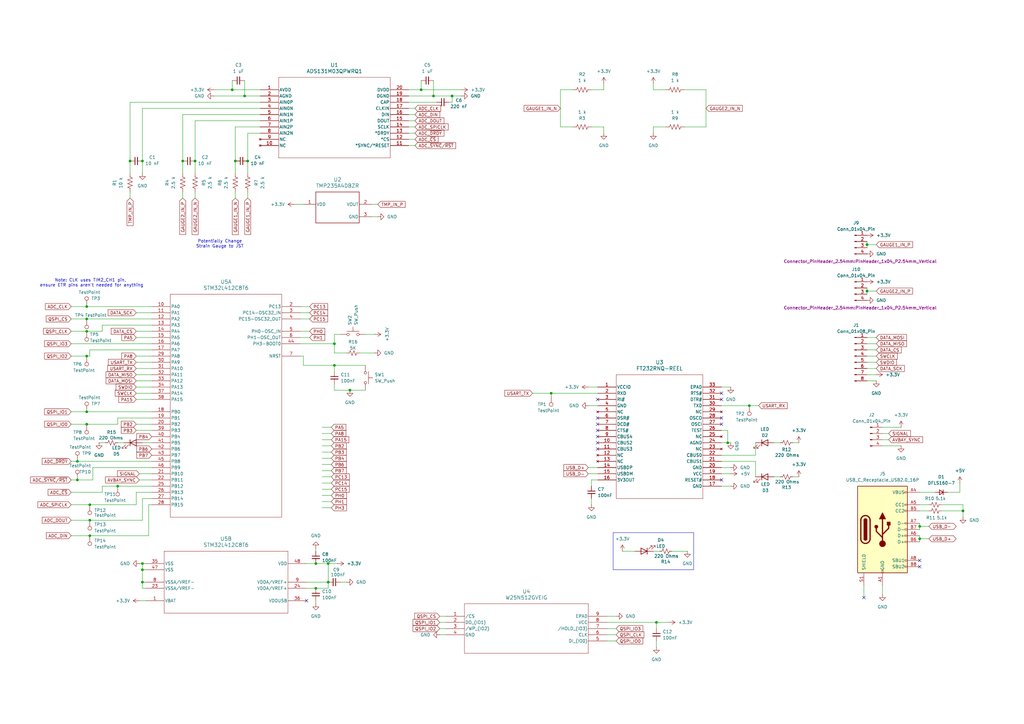
<source format=kicad_sch>
(kicad_sch (version 20250114) (generator "eeschema") (generator_version "9.0")
  (paper "A3")
  (rectangle (start 251.46 218.44) (end 284.48 233.68))
  (text "Potentially Change\nStrain Gauge to JST" (at 90.17 100.076 0) (effects (font (size 1.27 1.27))))
  (text "Note: CLK uses TIM2_CH1 pin, \nensure ETR pins aren't needed for anything" (at 37.592 116.078 0) (effects (font (size 1.27 1.27))))
  (junction (at 35.56 130.81))
  (junction (at 134.62 231.14))
  (junction (at 58.42 238.76))
  (junction (at 377.19 220.98))
  (junction (at 307.34 166.37))
  (junction (at 100.33 39.37))
  (junction (at 129.54 231.14))
  (junction (at 96.52 66.04))
  (junction (at 185.42 39.37))
  (junction (at 31.75 189.23))
  (junction (at 377.19 215.9))
  (junction (at 35.56 125.73))
  (junction (at 35.56 135.89))
  (junction (at 35.56 168.91))
  (junction (at 95.25 36.83))
  (junction (at 177.8 39.37))
  (junction (at 269.24 255.27))
  (junction (at 48.26 199.39))
  (junction (at 35.56 173.99))
  (junction (at 36.83 207.01))
  (junction (at 137.16 149.86))
  (junction (at 80.01 66.04))
  (junction (at 58.42 231.14))
  (junction (at 36.83 219.71))
  (junction (at 143.51 160.02))
  (junction (at 137.16 140.97))
  (junction (at 58.42 66.04))
  (junction (at 58.42 233.68))
  (junction (at 172.72 36.83))
  (junction (at 394.97 209.55))
  (junction (at 36.83 213.36))
  (junction (at 35.56 146.05))
  (junction (at 129.54 241.3))
  (junction (at 355.6 100.33))
  (junction (at 298.45 181.61))
  (junction (at 355.6 119.38))
  (junction (at 134.62 238.76))
  (junction (at 74.93 66.04))
  (junction (at 53.34 66.04))
  (junction (at 226.06 161.29))
  (junction (at 31.75 196.85))
  (junction (at 101.6 66.04))
  (no_connect (at 125.73 246.38))
  (no_connect (at 295.91 173.99))
  (no_connect (at 295.91 171.45))
  (no_connect (at 354.33 245.11))
  (no_connect (at 245.11 173.99))
  (no_connect (at 377.19 229.87))
  (no_connect (at 295.91 163.83))
  (no_connect (at 245.11 176.53))
  (no_connect (at 295.91 196.85))
  (no_connect (at 245.11 184.15))
  (no_connect (at 295.91 161.29))
  (no_connect (at 245.11 163.83))
  (no_connect (at 245.11 179.07))
  (no_connect (at 245.11 181.61))
  (no_connect (at 377.19 232.41))
  (no_connect (at 245.11 171.45))
  (wire (pts (xy 248.92 255.27) (xy 269.24 255.27)))
  (wire (pts (xy 132.08 195.58) (xy 135.89 195.58)))
  (wire (pts (xy 125.73 231.14) (xy 129.54 231.14)))
  (wire (pts (xy 132.08 200.66) (xy 135.89 200.66)))
  (wire (pts (xy 80.01 66.04) (xy 80.01 49.53)))
  (wire (pts (xy 59.69 238.76) (xy 58.42 238.76)))
  (wire (pts (xy 53.34 66.04) (xy 53.34 71.12)))
  (wire (pts (xy 295.91 194.31) (xy 299.72 194.31)))
  (wire (pts (xy 29.21 196.85) (xy 31.75 196.85)))
  (wire (pts (xy 269.24 262.89) (xy 269.24 265.43)))
  (wire (pts (xy 129.54 241.3) (xy 134.62 241.3)))
  (wire (pts (xy 55.88 156.21) (xy 62.23 156.21)))
  (wire (pts (xy 137.16 149.86) (xy 149.86 149.86)))
  (wire (pts (xy 242.57 36.83) (xy 247.65 36.83)))
  (wire (pts (xy 123.19 138.43) (xy 127 138.43)))
  (wire (pts (xy 29.21 125.73) (xy 35.56 125.73)))
  (wire (pts (xy 298.45 181.61) (xy 299.72 181.61)))
  (wire (pts (xy 167.64 54.61) (xy 170.18 54.61)))
  (wire (pts (xy 137.16 137.16) (xy 137.16 140.97)))
  (wire (pts (xy 132.08 190.5) (xy 135.89 190.5)))
  (wire (pts (xy 55.88 153.67) (xy 62.23 153.67)))
  (wire (pts (xy 55.88 161.29) (xy 62.23 161.29)))
  (wire (pts (xy 137.16 160.02) (xy 143.51 160.02)))
  (wire (pts (xy 132.08 208.28) (xy 135.89 208.28)))
  (wire (pts (xy 43.18 181.61) (xy 40.64 181.61)))
  (wire (pts (xy 280.67 52.07) (xy 289.56 52.07)))
  (wire (pts (xy 38.1 191.77) (xy 62.23 191.77)))
  (wire (pts (xy 35.56 146.05) (xy 36.83 146.05)))
  (wire (pts (xy 132.08 177.8) (xy 135.89 177.8)))
  (wire (pts (xy 255.27 226.06) (xy 260.35 226.06)))
  (wire (pts (xy 29.21 189.23) (xy 31.75 189.23)))
  (wire (pts (xy 229.87 36.83) (xy 229.87 52.07)))
  (wire (pts (xy 149.86 137.16) (xy 153.67 137.16)))
  (wire (pts (xy 100.33 33.02) (xy 100.33 39.37)))
  (wire (pts (xy 361.95 240.03) (xy 361.95 243.84)))
  (wire (pts (xy 129.54 231.14) (xy 134.62 231.14)))
  (wire (pts (xy 60.96 207.01) (xy 62.23 207.01)))
  (wire (pts (xy 132.08 205.74) (xy 135.89 205.74)))
  (wire (pts (xy 137.16 144.78) (xy 142.24 144.78)))
  (wire (pts (xy 48.26 171.45) (xy 62.23 171.45)))
  (wire (pts (xy 386.08 207.01) (xy 394.97 207.01)))
  (wire (pts (xy 355.6 140.97) (xy 359.41 140.97)))
  (wire (pts (xy 41.91 201.93) (xy 41.91 199.39)))
  (wire (pts (xy 48.26 173.99) (xy 48.26 171.45)))
  (wire (pts (xy 167.64 46.99) (xy 170.18 46.99)))
  (wire (pts (xy 29.21 213.36) (xy 36.83 213.36)))
  (wire (pts (xy 58.42 238.76) (xy 58.42 233.68)))
  (wire (pts (xy 57.15 231.14) (xy 58.42 231.14)))
  (wire (pts (xy 377.19 219.71) (xy 377.19 220.98)))
  (wire (pts (xy 132.08 203.2) (xy 135.89 203.2)))
  (wire (pts (xy 377.19 201.93) (xy 383.54 201.93)))
  (wire (pts (xy 167.64 39.37) (xy 177.8 39.37)))
  (wire (pts (xy 377.19 207.01) (xy 381 207.01)))
  (wire (pts (xy 55.88 148.59) (xy 62.23 148.59)))
  (wire (pts (xy 386.08 209.55) (xy 394.97 209.55)))
  (wire (pts (xy 95.25 33.02) (xy 95.25 36.83)))
  (wire (pts (xy 123.19 128.27) (xy 127 128.27)))
  (wire (pts (xy 132.08 187.96) (xy 135.89 187.96)))
  (wire (pts (xy 36.83 207.01) (xy 55.88 207.01)))
  (wire (pts (xy 96.52 52.07) (xy 96.52 66.04)))
  (wire (pts (xy 132.08 182.88) (xy 135.89 182.88)))
  (wire (pts (xy 241.3 166.37) (xy 245.11 166.37)))
  (wire (pts (xy 58.42 213.36) (xy 58.42 204.47)))
  (wire (pts (xy 361.95 180.34) (xy 364.49 180.34)))
  (wire (pts (xy 53.34 41.91) (xy 106.68 41.91)))
  (wire (pts (xy 180.34 257.81) (xy 182.88 257.81)))
  (wire (pts (xy 241.3 191.77) (xy 245.11 191.77)))
  (wire (pts (xy 58.42 44.45) (xy 106.68 44.45)))
  (wire (pts (xy 123.19 130.81) (xy 127 130.81)))
  (wire (pts (xy 80.01 78.74) (xy 80.01 81.28)))
  (wire (pts (xy 248.92 262.89) (xy 252.73 262.89)))
  (wire (pts (xy 309.88 186.69) (xy 309.88 181.61)))
  (wire (pts (xy 361.95 175.26) (xy 369.57 175.26)))
  (wire (pts (xy 273.05 52.07) (xy 267.97 52.07)))
  (wire (pts (xy 361.95 177.8) (xy 364.49 177.8)))
  (wire (pts (xy 132.08 185.42) (xy 135.89 185.42)))
  (wire (pts (xy 242.57 196.85) (xy 242.57 199.39)))
  (wire (pts (xy 132.08 198.12) (xy 135.89 198.12)))
  (wire (pts (xy 295.91 176.53) (xy 298.45 176.53)))
  (wire (pts (xy 355.6 146.05) (xy 359.41 146.05)))
  (wire (pts (xy 137.16 140.97) (xy 123.19 140.97)))
  (wire (pts (xy 377.19 220.98) (xy 381 220.98)))
  (wire (pts (xy 29.21 173.99) (xy 35.56 173.99)))
  (wire (pts (xy 31.75 189.23) (xy 62.23 189.23)))
  (wire (pts (xy 55.88 151.13) (xy 62.23 151.13)))
  (wire (pts (xy 35.56 135.89) (xy 41.91 135.89)))
  (wire (pts (xy 59.69 241.3) (xy 58.42 241.3)))
  (wire (pts (xy 167.64 52.07) (xy 170.18 52.07)))
  (wire (pts (xy 53.34 66.04) (xy 53.34 41.91)))
  (wire (pts (xy 167.64 57.15) (xy 170.18 57.15)))
  (wire (pts (xy 124.46 149.86) (xy 124.46 146.05)))
  (wire (pts (xy 74.93 46.99) (xy 106.68 46.99)))
  (wire (pts (xy 295.91 166.37) (xy 307.34 166.37)))
  (wire (pts (xy 325.12 181.61) (xy 327.66 181.61)))
  (wire (pts (xy 57.15 194.31) (xy 62.23 194.31)))
  (wire (pts (xy 55.88 176.53) (xy 62.23 176.53)))
  (wire (pts (xy 80.01 66.04) (xy 80.01 71.12)))
  (wire (pts (xy 355.6 148.59) (xy 359.41 148.59)))
  (wire (pts (xy 38.1 196.85) (xy 38.1 191.77)))
  (wire (pts (xy 129.54 224.79) (xy 129.54 226.06)))
  (wire (pts (xy 58.42 181.61) (xy 62.23 181.61)))
  (wire (pts (xy 101.6 66.04) (xy 101.6 71.12)))
  (wire (pts (xy 96.52 66.04) (xy 96.52 71.12)))
  (wire (pts (xy 58.42 231.14) (xy 59.69 231.14)))
  (wire (pts (xy 58.42 204.47) (xy 62.23 204.47)))
  (wire (pts (xy 247.65 34.29) (xy 247.65 36.83)))
  (wire (pts (xy 57.15 196.85) (xy 62.23 196.85)))
  (wire (pts (xy 355.6 100.33) (xy 359.41 100.33)))
  (wire (pts (xy 36.83 146.05) (xy 36.83 143.51)))
  (wire (pts (xy 29.21 135.89) (xy 35.56 135.89)))
  (wire (pts (xy 137.16 157.48) (xy 137.16 160.02)))
  (wire (pts (xy 125.73 241.3) (xy 129.54 241.3)))
  (wire (pts (xy 180.34 255.27) (xy 182.88 255.27)))
  (wire (pts (xy 35.56 168.91) (xy 62.23 168.91)))
  (wire (pts (xy 100.33 39.37) (xy 106.68 39.37)))
  (wire (pts (xy 295.91 181.61) (xy 298.45 181.61)))
  (wire (pts (xy 394.97 207.01) (xy 394.97 209.55)))
  (wire (pts (xy 143.51 160.02) (xy 149.86 160.02)))
  (wire (pts (xy 129.54 246.38) (xy 129.54 247.65)))
  (wire (pts (xy 177.8 39.37) (xy 185.42 39.37)))
  (wire (pts (xy 247.65 52.07) (xy 247.65 54.61)))
  (wire (pts (xy 377.19 209.55) (xy 381 209.55)))
  (wire (pts (xy 377.19 215.9) (xy 381 215.9)))
  (wire (pts (xy 355.6 119.38) (xy 359.41 119.38)))
  (wire (pts (xy 152.4 83.82) (xy 154.94 83.82)))
  (wire (pts (xy 295.91 191.77) (xy 299.72 191.77)))
  (wire (pts (xy 35.56 130.81) (xy 62.23 130.81)))
  (wire (pts (xy 134.62 238.76) (xy 134.62 241.3)))
  (wire (pts (xy 295.91 199.39) (xy 299.72 199.39)))
  (wire (pts (xy 267.97 36.83) (xy 273.05 36.83)))
  (wire (pts (xy 80.01 49.53) (xy 106.68 49.53)))
  (wire (pts (xy 394.97 209.55) (xy 394.97 212.09)))
  (wire (pts (xy 269.24 255.27) (xy 269.24 257.81)))
  (wire (pts (xy 229.87 36.83) (xy 234.95 36.83)))
  (wire (pts (xy 242.57 196.85) (xy 245.11 196.85)))
  (wire (pts (xy 167.64 49.53) (xy 170.18 49.53)))
  (wire (pts (xy 269.24 255.27) (xy 274.32 255.27)))
  (wire (pts (xy 267.97 52.07) (xy 267.97 54.61)))
  (wire (pts (xy 248.92 252.73) (xy 252.73 252.73)))
  (wire (pts (xy 137.16 140.97) (xy 137.16 144.78)))
  (wire (pts (xy 139.7 238.76) (xy 142.24 238.76)))
  (wire (pts (xy 289.56 36.83) (xy 289.56 52.07)))
  (wire (pts (xy 295.91 158.75) (xy 299.72 158.75)))
  (wire (pts (xy 87.63 36.83) (xy 95.25 36.83)))
  (wire (pts (xy 55.88 201.93) (xy 62.23 201.93)))
  (wire (pts (xy 55.88 135.89) (xy 62.23 135.89)))
  (wire (pts (xy 29.21 207.01) (xy 36.83 207.01)))
  (wire (pts (xy 48.26 199.39) (xy 62.23 199.39)))
  (wire (pts (xy 132.08 193.04) (xy 135.89 193.04)))
  (wire (pts (xy 59.69 233.68) (xy 58.42 233.68)))
  (wire (pts (xy 234.95 52.07) (xy 229.87 52.07)))
  (wire (pts (xy 74.93 66.04) (xy 74.93 46.99)))
  (wire (pts (xy 295.91 186.69) (xy 309.88 186.69)))
  (wire (pts (xy 125.73 238.76) (xy 134.62 238.76)))
  (wire (pts (xy 309.88 189.23) (xy 309.88 195.58)))
  (wire (pts (xy 167.64 44.45) (xy 170.18 44.45)))
  (wire (pts (xy 280.67 36.83) (xy 289.56 36.83)))
  (wire (pts (xy 167.64 59.69) (xy 170.18 59.69)))
  (wire (pts (xy 355.6 153.67) (xy 359.41 153.67)))
  (wire (pts (xy 137.16 152.4) (xy 137.16 149.86)))
  (wire (pts (xy 325.12 195.58) (xy 327.66 195.58)))
  (wire (pts (xy 172.72 33.02) (xy 172.72 36.83)))
  (wire (pts (xy 124.46 146.05) (xy 123.19 146.05)))
  (wire (pts (xy 29.21 140.97) (xy 62.23 140.97)))
  (wire (pts (xy 29.21 201.93) (xy 41.91 201.93)))
  (wire (pts (xy 58.42 233.68) (xy 58.42 231.14)))
  (wire (pts (xy 29.21 146.05) (xy 35.56 146.05)))
  (wire (pts (xy 355.6 138.43) (xy 359.41 138.43)))
  (wire (pts (xy 55.88 163.83) (xy 62.23 163.83)))
  (wire (pts (xy 55.88 128.27) (xy 62.23 128.27)))
  (wire (pts (xy 74.93 66.04) (xy 74.93 71.12)))
  (wire (pts (xy 55.88 146.05) (xy 62.23 146.05)))
  (wire (pts (xy 29.21 168.91) (xy 35.56 168.91)))
  (wire (pts (xy 307.34 166.37) (xy 311.15 166.37)))
  (wire (pts (xy 101.6 78.74) (xy 101.6 81.28)))
  (wire (pts (xy 134.62 231.14) (xy 134.62 238.76)))
  (wire (pts (xy 295.91 189.23) (xy 309.88 189.23)))
  (wire (pts (xy 355.6 119.38) (xy 355.6 120.65)))
  (wire (pts (xy 248.92 260.35) (xy 252.73 260.35)))
  (wire (pts (xy 184.15 41.91) (xy 185.42 41.91)))
  (wire (pts (xy 41.91 199.39) (xy 48.26 199.39)))
  (wire (pts (xy 96.52 78.74) (xy 96.52 81.28)))
  (wire (pts (xy 355.6 156.21) (xy 359.41 156.21)))
  (wire (pts (xy 58.42 241.3) (xy 58.42 238.76)))
  (wire (pts (xy 57.15 246.38) (xy 59.69 246.38)))
  (wire (pts (xy 267.97 34.29) (xy 267.97 36.83)))
  (wire (pts (xy 95.25 36.83) (xy 106.68 36.83)))
  (wire (pts (xy 167.64 36.83) (xy 172.72 36.83)))
  (wire (pts (xy 106.68 54.61) (xy 101.6 54.61)))
  (wire (pts (xy 58.42 66.04) (xy 58.42 71.12)))
  (wire (pts (xy 172.72 36.83) (xy 189.23 36.83)))
  (wire (pts (xy 377.19 214.63) (xy 377.19 215.9)))
  (wire (pts (xy 180.34 252.73) (xy 182.88 252.73)))
  (wire (pts (xy 35.56 173.99) (xy 48.26 173.99)))
  (wire (pts (xy 55.88 207.01) (xy 55.88 201.93)))
  (wire (pts (xy 317.5 181.61) (xy 320.04 181.61)))
  (wire (pts (xy 377.19 220.98) (xy 377.19 222.25)))
  (wire (pts (xy 36.83 143.51) (xy 62.23 143.51)))
  (wire (pts (xy 29.21 219.71) (xy 36.83 219.71)))
  (wire (pts (xy 355.6 100.33) (xy 355.6 101.6)))
  (wire (pts (xy 36.83 219.71) (xy 60.96 219.71)))
  (wire (pts (xy 138.43 231.14) (xy 134.62 231.14)))
  (wire (pts (xy 106.68 52.07) (xy 96.52 52.07)))
  (wire (pts (xy 120.65 83.82) (xy 124.46 83.82)))
  (wire (pts (xy 137.16 137.16) (xy 139.7 137.16)))
  (wire (pts (xy 124.46 149.86) (xy 137.16 149.86)))
  (wire (pts (xy 180.34 260.35) (xy 182.88 260.35)))
  (wire (pts (xy 241.3 158.75) (xy 245.11 158.75)))
  (wire (pts (xy 226.06 161.29) (xy 226.06 162.56)))
  (wire (pts (xy 55.88 173.99) (xy 62.23 173.99)))
  (wire (pts (xy 74.93 78.74) (xy 74.93 81.28)))
  (wire (pts (xy 317.5 195.58) (xy 320.04 195.58)))
  (wire (pts (xy 377.19 215.9) (xy 377.19 217.17)))
  (wire (pts (xy 36.83 213.36) (xy 58.42 213.36)))
  (wire (pts (xy 361.95 182.88) (xy 369.57 182.88)))
  (wire (pts (xy 218.44 161.29) (xy 226.06 161.29)))
  (wire (pts (xy 60.96 219.71) (xy 60.96 207.01)))
  (wire (pts (xy 185.42 41.91) (xy 185.42 39.37)))
  (wire (pts (xy 101.6 54.61) (xy 101.6 66.04)))
  (wire (pts (xy 355.6 151.13) (xy 359.41 151.13)))
  (wire (pts (xy 147.32 144.78) (xy 153.67 144.78)))
  (wire (pts (xy 29.21 130.81) (xy 35.56 130.81)))
  (wire (pts (xy 354.33 240.03) (xy 354.33 245.11)))
  (wire (pts (xy 177.8 33.02) (xy 177.8 39.37)))
  (wire (pts (xy 355.6 99.06) (xy 355.6 100.33)))
  (wire (pts (xy 185.42 39.37) (xy 189.23 39.37)))
  (wire (pts (xy 50.8 181.61) (xy 48.26 181.61)))
  (wire (pts (xy 152.4 88.9) (xy 154.94 88.9)))
  (wire (pts (xy 35.56 125.73) (xy 62.23 125.73)))
  (wire (pts (xy 55.88 138.43) (xy 62.23 138.43)))
  (wire (pts (xy 393.7 201.93) (xy 393.7 198.12)))
  (wire (pts (xy 275.59 226.06) (xy 281.94 226.06)))
  (wire (pts (xy 267.97 226.06) (xy 270.51 226.06)))
  (wire (pts (xy 55.88 158.75) (xy 62.23 158.75)))
  (wire (pts (xy 355.6 143.51) (xy 359.41 143.51)))
  (wire (pts (xy 242.57 207.01) (xy 242.57 204.47)))
  (wire (pts (xy 388.62 201.93) (xy 393.7 201.93)))
  (wire (pts (xy 132.08 175.26) (xy 135.89 175.26)))
  (wire (pts (xy 123.19 135.89) (xy 127 135.89)))
  (wire (pts (xy 242.57 52.07) (xy 247.65 52.07)))
  (wire (pts (xy 226.06 161.29) (xy 245.11 161.29)))
  (wire (pts (xy 58.42 66.04) (xy 58.42 44.45)))
  (wire (pts (xy 41.91 133.35) (xy 62.23 133.35)))
  (wire (pts (xy 31.75 196.85) (xy 38.1 196.85)))
  (wire (pts (xy 248.92 257.81) (xy 252.73 257.81)))
  (wire (pts (xy 241.3 194.31) (xy 245.11 194.31)))
  (wire (pts (xy 87.63 39.37) (xy 100.33 39.37)))
  (wire (pts (xy 123.19 125.73) (xy 127 125.73)))
  (wire (pts (xy 132.08 180.34) (xy 135.89 180.34)))
  (wire (pts (xy 167.64 41.91) (xy 179.07 41.91)))
  (wire (pts (xy 53.34 78.74) (xy 53.34 81.28)))
  (wire (pts (xy 41.91 135.89) (xy 41.91 133.35)))
  (wire (pts (xy 355.6 118.11) (xy 355.6 119.38)))
  (wire (pts (xy 298.45 176.53) (xy 298.45 181.61)))
  (global_label "SWCLK" (shape input) (at 359.41 146.05 0) (property "Intersheetrefs" "${INTERSHEET_REFS}" (effects (hide yes))))
  (global_label "SIGNAL" (shape input) (at 57.15 194.31 180) (property "Intersheetrefs" "${INTERSHEET_REFS}" (effects (hide yes))))
  (global_label "SWCLK" (shape input) (at 55.88 161.29 180) (property "Intersheetrefs" "${INTERSHEET_REFS}" (effects (hide yes))))
  (global_label "QSPI_IO1" (shape input) (at 29.21 168.91 180) (property "Intersheetrefs" "${INTERSHEET_REFS}" (effects (hide yes))))
  (global_label "DATA_CS" (shape input) (at 55.88 135.89 180) (property "Intersheetrefs" "${INTERSHEET_REFS}" (effects (hide yes))))
  (global_label "PA8" (shape input) (at 55.88 146.05 180) (property "Intersheetrefs" "${INTERSHEET_REFS}" (effects (hide yes))))
  (global_label "ADC_DIN" (shape input) (at 170.18 46.99 0) (property "Intersheetrefs" "${INTERSHEET_REFS}" (effects (hide yes))))
  (global_label "ADC_~{CS}" (shape input) (at 170.18 57.15 0) (property "Intersheetrefs" "${INTERSHEET_REFS}" (effects (hide yes))))
  (global_label "PB7" (shape input) (at 62.23 186.69 180) (property "Intersheetrefs" "${INTERSHEET_REFS}" (effects (hide yes))))
  (global_label "GAUGE2_IN_P" (shape input) (at 359.41 119.38 0) (property "Intersheetrefs" "${INTERSHEET_REFS}" (effects (hide yes))))
  (global_label "PC13" (shape input) (at 135.89 195.58 0) (property "Intersheetrefs" "${INTERSHEET_REFS}" (effects (hide yes))))
  (global_label "PC15" (shape input) (at 135.89 200.66 0) (property "Intersheetrefs" "${INTERSHEET_REFS}" (effects (hide yes))))
  (global_label "PB2" (shape input) (at 55.88 173.99 180) (property "Intersheetrefs" "${INTERSHEET_REFS}" (effects (hide yes))))
  (global_label "PB2" (shape input) (at 135.89 182.88 0) (property "Intersheetrefs" "${INTERSHEET_REFS}" (effects (hide yes))))
  (global_label "PH3" (shape input) (at 135.89 208.28 0) (property "Intersheetrefs" "${INTERSHEET_REFS}" (effects (hide yes))))
  (global_label "ADC_SPICLK" (shape input) (at 29.21 207.01 180) (property "Intersheetrefs" "${INTERSHEET_REFS}" (effects (hide yes))))
  (global_label "ADC_SPICLK" (shape input) (at 170.18 52.07 0) (property "Intersheetrefs" "${INTERSHEET_REFS}" (effects (hide yes))))
  (global_label "PB3" (shape input) (at 135.89 185.42 0) (property "Intersheetrefs" "${INTERSHEET_REFS}" (effects (hide yes))))
  (global_label "QSPI_CLK" (shape input) (at 252.73 260.35 0) (property "Intersheetrefs" "${INTERSHEET_REFS}" (effects (hide yes))))
  (global_label "DATA_MISO" (shape input) (at 55.88 153.67 180) (property "Intersheetrefs" "${INTERSHEET_REFS}" (effects (hide yes))))
  (global_label "DATA_SCK" (shape input) (at 359.41 151.13 0) (property "Intersheetrefs" "${INTERSHEET_REFS}" (effects (hide yes))))
  (global_label "DATA_MISO" (shape input) (at 359.41 140.97 0) (property "Intersheetrefs" "${INTERSHEET_REFS}" (effects (hide yes))))
  (global_label "GAUGE2_IN_P" (shape input) (at 74.93 81.28 270) (property "Intersheetrefs" "${INTERSHEET_REFS}" (effects (hide yes))))
  (global_label "PH0" (shape input) (at 135.89 203.2 0) (property "Intersheetrefs" "${INTERSHEET_REFS}" (effects (hide yes))))
  (global_label "AVBAY_SYNC" (shape input) (at 364.49 180.34 0) (property "Intersheetrefs" "${INTERSHEET_REFS}" (effects (hide yes))))
  (global_label "PA15" (shape input) (at 135.89 180.34 0) (property "Intersheetrefs" "${INTERSHEET_REFS}" (effects (hide yes))))
  (global_label "GAUGE2_IN_N" (shape input) (at 80.01 81.28 270) (property "Intersheetrefs" "${INTERSHEET_REFS}" (effects (hide yes))))
  (global_label "PB7" (shape input) (at 135.89 193.04 0) (property "Intersheetrefs" "${INTERSHEET_REFS}" (effects (hide yes))))
  (global_label "QSPI_IO0" (shape input) (at 252.73 262.89 0) (property "Intersheetrefs" "${INTERSHEET_REFS}" (effects (hide yes))))
  (global_label "ADC_DIN" (shape input) (at 29.21 219.71 180) (property "Intersheetrefs" "${INTERSHEET_REFS}" (effects (hide yes))))
  (global_label "PA8" (shape input) (at 135.89 177.8 0) (property "Intersheetrefs" "${INTERSHEET_REFS}" (effects (hide yes))))
  (global_label "USART_TX" (shape input) (at 218.44 161.29 180) (property "Intersheetrefs" "${INTERSHEET_REFS}" (effects (hide yes))))
  (global_label "DATA_SCK" (shape input) (at 55.88 128.27 180) (property "Intersheetrefs" "${INTERSHEET_REFS}" (effects (hide yes))))
  (global_label "ADC_CLK" (shape input) (at 29.21 125.73 180) (property "Intersheetrefs" "${INTERSHEET_REFS}" (effects (hide yes))))
  (global_label "ADC_~{DRDY}" (shape input) (at 29.21 189.23 180) (property "Intersheetrefs" "${INTERSHEET_REFS}" (effects (hide yes))))
  (global_label "PH1" (shape input) (at 135.89 205.74 0) (property "Intersheetrefs" "${INTERSHEET_REFS}" (effects (hide yes))))
  (global_label "AVBAY_SYNC" (shape input) (at 57.15 196.85 180) (property "Intersheetrefs" "${INTERSHEET_REFS}" (effects (hide yes))))
  (global_label "QSPI_CS" (shape input) (at 29.21 130.81 180) (property "Intersheetrefs" "${INTERSHEET_REFS}" (effects (hide yes))))
  (global_label "PH0" (shape input) (at 127 135.89 0) (property "Intersheetrefs" "${INTERSHEET_REFS}" (effects (hide yes))))
  (global_label "QSPI_IO3" (shape input) (at 252.73 257.81 0) (property "Intersheetrefs" "${INTERSHEET_REFS}" (effects (hide yes))))
  (global_label "PB4" (shape input) (at 135.89 187.96 0) (property "Intersheetrefs" "${INTERSHEET_REFS}" (effects (hide yes))))
  (global_label "PB6" (shape input) (at 135.89 190.5 0) (property "Intersheetrefs" "${INTERSHEET_REFS}" (effects (hide yes))))
  (global_label "TMP_IN_P" (shape input) (at 154.94 83.82 0) (property "Intersheetrefs" "${INTERSHEET_REFS}" (effects (hide yes))))
  (global_label "QSPI_CS" (shape input) (at 180.34 252.73 180) (property "Intersheetrefs" "${INTERSHEET_REFS}" (effects (hide yes))))
  (global_label "PC14" (shape input) (at 127 128.27 0) (property "Intersheetrefs" "${INTERSHEET_REFS}" (effects (hide yes))))
  (global_label "USART_RX" (shape input) (at 55.88 151.13 180) (property "Intersheetrefs" "${INTERSHEET_REFS}" (effects (hide yes))))
  (global_label "PC15" (shape input) (at 127 130.81 0) (property "Intersheetrefs" "${INTERSHEET_REFS}" (effects (hide yes))))
  (global_label "SIGNAL" (shape input) (at 364.49 177.8 0) (property "Intersheetrefs" "${INTERSHEET_REFS}" (effects (hide yes))))
  (global_label "QSPI_IO2" (shape input) (at 180.34 257.81 180) (property "Intersheetrefs" "${INTERSHEET_REFS}" (effects (hide yes))))
  (global_label "USB_D+" (shape input) (at 241.3 191.77 180) (property "Intersheetrefs" "${INTERSHEET_REFS}" (effects (hide yes))))
  (global_label "TMP_IN_P" (shape input) (at 53.34 81.28 270) (property "Intersheetrefs" "${INTERSHEET_REFS}" (effects (hide yes))))
  (global_label "PA5" (shape input) (at 55.88 138.43 180) (property "Intersheetrefs" "${INTERSHEET_REFS}" (effects (hide yes))))
  (global_label "QSPI_IO3" (shape input) (at 29.21 140.97 180) (property "Intersheetrefs" "${INTERSHEET_REFS}" (effects (hide yes))))
  (global_label "SWDIO" (shape input) (at 55.88 158.75 180) (property "Intersheetrefs" "${INTERSHEET_REFS}" (effects (hide yes))))
  (global_label "SWDIO" (shape input) (at 359.41 148.59 0) (property "Intersheetrefs" "${INTERSHEET_REFS}" (effects (hide yes))))
  (global_label "GAUGE1_IN_P" (shape input) (at 359.41 100.33 0) (property "Intersheetrefs" "${INTERSHEET_REFS}" (effects (hide yes))))
  (global_label "DATA_MOSI" (shape input) (at 359.41 138.43 0) (property "Intersheetrefs" "${INTERSHEET_REFS}" (effects (hide yes))))
  (global_label "ADC_DOUT" (shape input) (at 29.21 213.36 180) (property "Intersheetrefs" "${INTERSHEET_REFS}" (effects (hide yes))))
  (global_label "DATA_CS" (shape input) (at 359.41 143.51 0) (property "Intersheetrefs" "${INTERSHEET_REFS}" (effects (hide yes))))
  (global_label "ADC_~{DRDY}" (shape input) (at 170.18 54.61 0) (property "Intersheetrefs" "${INTERSHEET_REFS}" (effects (hide yes))))
  (global_label "PB4" (shape input) (at 62.23 179.07 180) (property "Intersheetrefs" "${INTERSHEET_REFS}" (effects (hide yes))))
  (global_label "QSPI_IO2" (shape input) (at 29.21 146.05 180) (property "Intersheetrefs" "${INTERSHEET_REFS}" (effects (hide yes))))
  (global_label "PC14" (shape input) (at 135.89 198.12 0) (property "Intersheetrefs" "${INTERSHEET_REFS}" (effects (hide yes))))
  (global_label "USB_D-" (shape bidirectional) (at 381 215.9 0) (property "Intersheetrefs" "${INTERSHEET_REFS}" (effects (hide yes))))
  (global_label "ADC_CLK" (shape input) (at 170.18 44.45 0) (property "Intersheetrefs" "${INTERSHEET_REFS}" (effects (hide yes))))
  (global_label "ADC_DOUT" (shape input) (at 170.18 49.53 0) (property "Intersheetrefs" "${INTERSHEET_REFS}" (effects (hide yes))))
  (global_label "GAUGE1_IN_N" (shape input) (at 229.87 44.45 180) (property "Intersheetrefs" "${INTERSHEET_REFS}" (effects (hide yes))))
  (global_label "USART_RX" (shape input) (at 311.15 166.37 0) (property "Intersheetrefs" "${INTERSHEET_REFS}" (effects (hide yes))))
  (global_label "ADC_~{SYNC}{slash}~{RST}" (shape input) (at 170.18 59.69 0) (property "Intersheetrefs" "${INTERSHEET_REFS}" (effects (hide yes))))
  (global_label "ADC_~{CS}" (shape input) (at 29.21 201.93 180) (property "Intersheetrefs" "${INTERSHEET_REFS}" (effects (hide yes))))
  (global_label "PB6" (shape input) (at 62.23 184.15 180) (property "Intersheetrefs" "${INTERSHEET_REFS}" (effects (hide yes))))
  (global_label "GAUGE2_IN_N" (shape input) (at 289.56 44.45 0) (property "Intersheetrefs" "${INTERSHEET_REFS}" (effects (hide yes))))
  (global_label "ADC_~{SYNC}{slash}~{RST}" (shape input) (at 29.21 196.85 180) (property "Intersheetrefs" "${INTERSHEET_REFS}" (effects (hide yes))))
  (global_label "PA15" (shape input) (at 55.88 163.83 180) (property "Intersheetrefs" "${INTERSHEET_REFS}" (effects (hide yes))))
  (global_label "GAUGE1_IN_N" (shape input) (at 96.52 81.28 270) (property "Intersheetrefs" "${INTERSHEET_REFS}" (effects (hide yes))))
  (global_label "USB_D+" (shape bidirectional) (at 381 220.98 0) (property "Intersheetrefs" "${INTERSHEET_REFS}" (effects (hide yes))))
  (global_label "QSPI_IO0" (shape input) (at 29.21 173.99 180) (property "Intersheetrefs" "${INTERSHEET_REFS}" (effects (hide yes))))
  (global_label "GAUGE1_IN_P" (shape input) (at 101.6 81.28 270) (property "Intersheetrefs" "${INTERSHEET_REFS}" (effects (hide yes))))
  (global_label "PC13" (shape input) (at 127 125.73 0) (property "Intersheetrefs" "${INTERSHEET_REFS}" (effects (hide yes))))
  (global_label "PH1" (shape input) (at 127 138.43 0) (property "Intersheetrefs" "${INTERSHEET_REFS}" (effects (hide yes))))
  (global_label "QSPI_IO1" (shape input) (at 180.34 255.27 180) (property "Intersheetrefs" "${INTERSHEET_REFS}" (effects (hide yes))))
  (global_label "USB_D-" (shape input) (at 241.3 194.31 180) (property "Intersheetrefs" "${INTERSHEET_REFS}" (effects (hide yes))))
  (global_label "PB3" (shape input) (at 55.88 176.53 180) (property "Intersheetrefs" "${INTERSHEET_REFS}" (effects (hide yes))))
  (global_label "USART_TX" (shape input) (at 55.88 148.59 180) (property "Intersheetrefs" "${INTERSHEET_REFS}" (effects (hide yes))))
  (global_label "PA5" (shape input) (at 135.89 175.26 0) (property "Intersheetrefs" "${INTERSHEET_REFS}" (effects (hide yes))))
  (global_label "QSPI_CLK" (shape input) (at 29.21 135.89 180) (property "Intersheetrefs" "${INTERSHEET_REFS}" (effects (hide yes))))
  (global_label "DATA_MOSI" (shape input) (at 55.88 156.21 180) (property "Intersheetrefs" "${INTERSHEET_REFS}" (effects (hide yes))))
  (symbol (lib_id "Connector:TestPoint") (at 36.83 219.71 180) (unit 1)
    (property "Reference" "TP14" (at 38.608 221.742 0) (effects (justify right)))
    (property "Value" "TestPoint" (at 38.608 224.282 0) (effects (justify right)))
    (property "Footprint" "FinLib:TestPoint" (effects (hide yes)))
    (property "Description" "test point" (effects (hide yes)))
  )
  (symbol (lib_id "Device:C_Small") (at 269.24 260.35 0) (unit 1)
    (property "Reference" "C12" (at 271.78 259.0862 0) (effects (justify left)))
    (property "Value" "100nF" (at 271.78 261.6262 0) (effects (justify left)))
    (property "Footprint" "Capacitor_SMD:C_0603_1608Metric" (effects (hide yes)))
    (property "Description" "Unpolarized capacitor, small symbol" (effects (hide yes)))
  )
  (symbol (lib_id "power:+3.3V") (at 153.67 137.16 270) (unit 1)
    (property "Reference" "#PWR046" (effects (hide yes)))
    (property "Value" "+3.3V" (at 158.75 137.16 0))
    (property "Description" "Power symbol creates a global label with name \"+3.3V\"" (effects (hide yes)))
  )
  (symbol (lib_id "power:+3.3V") (at 369.57 175.26 0) (unit 1)
    (property "Reference" "#PWR043" (effects (hide yes)))
    (property "Value" "+3.3V" (at 369.57 170.18 0))
    (property "Description" "Power symbol creates a global label with name \"+3.3V\"" (effects (hide yes)))
  )
  (symbol (lib_id "power:GND") (at 129.54 224.79 180) (unit 1)
    (property "Reference" "#PWR035" (effects (hide yes)))
    (property "Value" "GND" (at 129.54 219.71 0))
    (property "Description" "Power symbol creates a global label with name \"GND\" , ground" (effects (hide yes)))
  )
  (symbol (lib_id "Connector:TestPoint") (at 35.56 135.89 180) (unit 1)
    (property "Reference" "TP5" (at 36.83 137.16 0) (effects (justify right)))
    (property "Value" "TestPoint" (at 36.83 139.7 0) (effects (justify right)))
    (property "Footprint" "FinLib:TestPoint" (effects (hide yes)))
    (property "Description" "test point" (effects (hide yes)))
  )
  (symbol (lib_id "Connector:TestPoint") (at 226.06 162.56 180) (unit 1)
    (property "Reference" "TP1" (at 220.472 165.862 0) (effects (justify right)))
    (property "Value" "TestPoint" (at 220.472 168.402 0) (effects (justify right)))
    (property "Footprint" "FinLib:TestPoint" (effects (hide yes)))
    (property "Description" "test point" (effects (hide yes)))
  )
  (symbol (lib_id "power:GND") (at 129.54 247.65 0) (unit 1)
    (property "Reference" "#PWR034" (effects (hide yes)))
    (property "Value" "GND" (at 129.54 252.73 0))
    (property "Description" "Power symbol creates a global label with name \"GND\" , ground" (effects (hide yes)))
  )
  (symbol (lib_id "power:GND") (at 359.41 156.21 0) (unit 1)
    (property "Reference" "#PWR042" (effects (hide yes)))
    (property "Value" "GND" (at 359.41 161.29 0))
    (property "Description" "Power symbol creates a global label with name \"GND\" , ground" (effects (hide yes)))
  )
  (symbol (lib_id "Device:R_US") (at 238.76 36.83 90) (unit 1)
    (property "Reference" "R2" (at 238.76 30.48 90))
    (property "Value" "1 k" (at 238.76 33.02 90))
    (property "Footprint" "Resistor_SMD:R_0603_1608Metric" (effects (hide yes)))
    (property "Description" "Resistor, US symbol" (effects (hide yes)))
  )
  (symbol (lib_id "Connector:TestPoint") (at 36.83 213.36 180) (unit 1)
    (property "Reference" "TP13" (at 38.608 215.138 0) (effects (justify right)))
    (property "Value" "TestPoint" (at 38.608 217.678 0) (effects (justify right)))
    (property "Footprint" "FinLib:TestPoint" (effects (hide yes)))
    (property "Description" "test point" (effects (hide yes)))
  )
  (symbol (lib_id "Switch:SW_Push") (at 149.86 154.94 270) (unit 1)
    (property "Reference" "SW1" (at 153.67 153.6699 90) (effects (justify left)))
    (property "Value" "SW_Push" (at 153.67 156.2099 90) (effects (justify left)))
    (property "Footprint" "FinLib:SW_FSM2JMTR_TEC" (effects (hide yes)))
    (property "Description" "Push button switch, generic, two pins" (effects (hide yes)))
  )
  (symbol (lib_id "Device:D_Small") (at 386.08 201.93 180) (unit 1)
    (property "Reference" "D1" (at 386.08 195.58 0))
    (property "Value" "DFLS160-7" (at 386.08 198.12 0))
    (property "Footprint" "Diode_SMD:D_PowerDI-123" (effects (hide yes)))
    (property "Description" "Diode, small symbol" (effects (hide yes)))
    (property "Sim.Device" "D" (effects (hide yes)))
    (property "Sim.Pins" "1=K 2=A" (effects (hide yes)))
  )
  (symbol (lib_id "Device:C_Small") (at 137.16 154.94 0) (unit 1)
    (property "Reference" "C11" (at 139.7 153.6762 0) (effects (justify left)))
    (property "Value" "100nF" (at 139.7 156.2162 0) (effects (justify left)))
    (property "Footprint" "Capacitor_SMD:C_0603_1608Metric" (effects (hide yes)))
    (property "Description" "Unpolarized capacitor, small symbol" (effects (hide yes)))
  )
  (symbol (lib_id "power:GND") (at 299.72 199.39 90) (unit 1)
    (property "Reference" "#PWR032" (effects (hide yes)))
    (property "Value" "GND" (at 303.53 199.3899 90) (effects (justify right)))
    (property "Description" "Power symbol creates a global label with name \"GND\" , ground" (effects (hide yes)))
  )
  (symbol (lib_id "FinLib:STM32L412C8T6") (at 62.23 125.73 0) (unit 1)
    (property "Reference" "U5" (at 92.71 115.57 0) (effects (font (size 1.524 1.524))))
    (property "Value" "STM32L412C8T6" (at 92.71 118.11 0) (effects (font (size 1.524 1.524))))
    (property "Footprint" "FinLib:LQFP-48" (effects (hide yes)))
    (property "Datasheet" "https://www.st.com/resource/en/datasheet/stm32l412c8.pdf" (effects (hide yes)))
  )
  (symbol (lib_id "Connector:TestPoint") (at 307.34 166.37 180) (unit 1)
    (property "Reference" "TP2" (at 301.752 169.672 0) (effects (justify right)))
    (property "Value" "TestPoint" (at 301.752 172.212 0) (effects (justify right)))
    (property "Footprint" "FinLib:TestPoint" (effects (hide yes)))
    (property "Description" "test point" (effects (hide yes)))
  )
  (symbol (lib_id "Device:C_Small") (at 175.26 33.02 90) (unit 1)
    (property "Reference" "C5" (at 175.2663 26.67 90))
    (property "Value" "1 uF" (at 175.2663 29.21 90))
    (property "Footprint" "Capacitor_SMD:C_0603_1608Metric" (effects (hide yes)))
    (property "Description" "Unpolarized capacitor, small symbol" (effects (hide yes)))
  )
  (symbol (lib_id "Device:LED") (at 264.16 226.06 180) (unit 1)
    (property "Reference" "D4" (at 271.018 221.488 0))
    (property "Value" "LED" (at 271.018 224.028 0))
    (property "Footprint" "LED_SMD:LED_0603_1608Metric" (effects (hide yes)))
    (property "Description" "Light emitting diode" (effects (hide yes)))
    (property "Sim.Pins" "1=K 2=A" (effects (hide yes)))
  )
  (symbol (lib_id "Connector:TestPoint") (at 36.83 207.01 180) (unit 1)
    (property "Reference" "TP12" (at 38.608 209.296 0) (effects (justify right)))
    (property "Value" "TestPoint" (at 38.608 211.328 0) (effects (justify right)))
    (property "Footprint" "FinLib:TestPoint" (effects (hide yes)))
    (property "Description" "test point" (effects (hide yes)))
  )
  (symbol (lib_id "power:GND") (at 189.23 39.37 90) (unit 1)
    (property "Reference" "#PWR013" (effects (hide yes)))
    (property "Value" "GND" (at 193.04 39.3699 90) (effects (justify right)))
    (property "Description" "Power symbol creates a global label with name \"GND\" , ground" (effects (hide yes)))
  )
  (symbol (lib_id "Connector:TestPoint") (at 48.26 199.39 180) (unit 1)
    (property "Reference" "TP11" (at 42.672 202.692 0) (effects (justify right)))
    (property "Value" "TestPoint" (at 42.672 205.232 0) (effects (justify right)))
    (property "Footprint" "FinLib:TestPoint" (effects (hide yes)))
    (property "Description" "test point" (effects (hide yes)))
  )
  (symbol (lib_id "power:+3.3V") (at 87.63 36.83 90) (unit 1)
    (property "Reference" "#PWR04" (effects (hide yes)))
    (property "Value" "+3.3V" (at 83.82 36.8299 90) (effects (justify left)))
    (property "Description" "Power symbol creates a global label with name \"+3.3V\"" (effects (hide yes)))
  )
  (symbol (lib_id "Connector:Conn_01x08_Pin") (at 350.52 146.05 0) (unit 1)
    (property "Reference" "J1" (at 351.155 133.35 0))
    (property "Value" "Conn_01x08_Pin" (at 351.155 135.89 0))
    (property "Footprint" "Connector_PinHeader_2.54mm:PinHeader_1x08_P2.54mm_Horizontal" (effects (hide yes)))
    (property "Description" "Generic connector, single row, 01x08, script generated" (effects (hide yes)))
  )
  (symbol (lib_id "Device:C_Small") (at 129.54 228.6 0) (unit 1)
    (property "Reference" "C8" (at 132.08 227.3362 0) (effects (justify left)))
    (property "Value" "100nF" (at 132.08 229.8762 0) (effects (justify left)))
    (property "Footprint" "Capacitor_SMD:C_0603_1608Metric" (effects (hide yes)))
    (property "Description" "Unpolarized capacitor, small symbol" (effects (hide yes)))
  )
  (symbol (lib_id "power:GND") (at 87.63 39.37 270) (unit 1)
    (property "Reference" "#PWR05" (effects (hide yes)))
    (property "Value" "GND" (at 83.82 39.3699 90) (effects (justify right)))
    (property "Description" "Power symbol creates a global label with name \"GND\" , ground" (effects (hide yes)))
  )
  (symbol (lib_id "Device:LED") (at 54.61 181.61 0) (unit 1)
    (property "Reference" "D5" (at 47.752 186.182 0))
    (property "Value" "LED" (at 47.752 183.642 0))
    (property "Footprint" "LED_SMD:LED_0603_1608Metric" (effects (hide yes)))
    (property "Description" "Light emitting diode" (effects (hide yes)))
    (property "Sim.Pins" "1=K 2=A" (effects (hide yes)))
  )
  (symbol (lib_id "Device:LED") (at 313.69 181.61 0) (unit 1)
    (property "Reference" "D2" (at 313.69 178.562 0))
    (property "Value" "LED" (at 313.69 176.022 0))
    (property "Footprint" "LED_SMD:LED_0603_1608Metric" (effects (hide yes)))
    (property "Description" "Light emitting diode" (effects (hide yes)))
    (property "Sim.Pins" "1=K 2=A" (effects (hide yes)))
  )
  (symbol (lib_id "power:GND") (at 361.95 243.84 0) (unit 1)
    (property "Reference" "#PWR025" (effects (hide yes)))
    (property "Value" "GND" (at 361.95 248.92 0))
    (property "Description" "Power symbol creates a global label with name \"GND\" , ground" (effects (hide yes)))
  )
  (symbol (lib_id "power:GND") (at 281.94 226.06 0) (unit 1)
    (property "Reference" "#PWR038" (effects (hide yes)))
    (property "Value" "GND" (at 281.94 231.14 0))
    (property "Description" "Power symbol creates a global label with name \"GND\" , ground" (effects (hide yes)))
  )
  (symbol (lib_id "power:GND") (at 369.57 182.88 0) (unit 1)
    (property "Reference" "#PWR044" (effects (hide yes)))
    (property "Value" "GND" (at 369.57 187.96 0))
    (property "Description" "Power symbol creates a global label with name \"GND\" , ground" (effects (hide yes)))
  )
  (symbol (lib_id "power:GND") (at 355.6 123.19 90) (unit 1)
    (property "Reference" "#PWR018" (effects (hide yes)))
    (property "Value" "GND" (at 359.41 123.1899 90) (effects (justify right)))
    (property "Description" "Power symbol creates a global label with name \"GND\" , ground" (effects (hide yes)))
  )
  (symbol (lib_id "power:GND") (at 267.97 54.61 0) (unit 1)
    (property "Reference" "#PWR09" (effects (hide yes)))
    (property "Value" "GND" (at 267.97 59.69 0))
    (property "Description" "Power symbol creates a global label with name \"GND\" , ground" (effects (hide yes)))
  )
  (symbol (lib_id "power:+3.3V") (at 267.97 34.29 0) (unit 1)
    (property "Reference" "#PWR08" (effects (hide yes)))
    (property "Value" "+3.3V" (at 267.97 29.21 0))
    (property "Description" "Power symbol creates a global label with name \"+3.3V\"" (effects (hide yes)))
  )
  (symbol (lib_id "power:+3.3V") (at 57.15 246.38 90) (unit 1)
    (property "Reference" "#PWR020" (effects (hide yes)))
    (property "Value" "+3.3V" (at 53.34 246.3799 90) (effects (justify left)))
    (property "Description" "Power symbol creates a global label with name \"+3.3V\"" (effects (hide yes)))
  )
  (symbol (lib_id "FinLib:STM32L412C8T6") (at 59.69 231.14 0) (unit 2)
    (property "Reference" "U5" (at 92.71 220.98 0) (effects (font (size 1.524 1.524))))
    (property "Value" "STM32L412C8T6" (at 92.71 223.52 0) (effects (font (size 1.524 1.524))))
    (property "Footprint" "FinLib:LQFP-48" (effects (hide yes)))
    (property "Datasheet" "https://www.st.com/resource/en/datasheet/stm32l412c8.pdf" (effects (hide yes)))
  )
  (symbol (lib_id "power:+3.3V") (at 359.41 153.67 270) (unit 1)
    (property "Reference" "#PWR041" (effects (hide yes)))
    (property "Value" "+3.3V" (at 363.22 153.6699 90) (effects (justify left)))
    (property "Description" "Power symbol creates a global label with name \"+3.3V\"" (effects (hide yes)))
  )
  (symbol (lib_id "power:GND") (at 180.34 260.35 270) (unit 1)
    (property "Reference" "#PWR07" (effects (hide yes)))
    (property "Value" "GND" (at 176.53 260.3499 90) (effects (justify right)))
    (property "Description" "Power symbol creates a global label with name \"GND\" , ground" (effects (hide yes)))
  )
  (symbol (lib_id "Device:C_Small") (at 99.06 66.04 90) (unit 1)
    (property "Reference" "C4" (at 105.664 64.516 90))
    (property "Value" "10 nF" (at 105.664 67.056 90))
    (property "Footprint" "Capacitor_SMD:C_0603_1608Metric" (effects (hide yes)))
    (property "Description" "Unpolarized capacitor, small symbol" (effects (hide yes)))
  )
  (symbol (lib_id "Connector:TestPoint") (at 31.75 189.23 0) (unit 1)
    (property "Reference" "TP9" (at 37.338 185.928 0) (effects (justify right)))
    (property "Value" "TestPoint" (at 37.338 183.388 0) (effects (justify right)))
    (property "Footprint" "FinLib:TestPoint" (effects (hide yes)))
    (property "Description" "test point" (effects (hide yes)))
  )
  (symbol (lib_id "power:GND") (at 299.72 191.77 90) (unit 1)
    (property "Reference" "#PWR031" (effects (hide yes)))
    (property "Value" "GND" (at 303.53 191.7699 90) (effects (justify right)))
    (property "Description" "Power symbol creates a global label with name \"GND\" , ground" (effects (hide yes)))
  )
  (symbol (lib_id "Device:R_Small_US") (at 383.54 207.01 90) (unit 1)
    (property "Reference" "R10" (at 381.254 204.47 90))
    (property "Value" "5.1k" (at 385.826 204.47 90))
    (property "Footprint" "Resistor_SMD:R_0603_1608Metric" (effects (hide yes)))
    (property "Description" "Resistor, small US symbol" (effects (hide yes)))
  )
  (symbol (lib_id "Device:R_US") (at 276.86 52.07 90) (unit 1)
    (property "Reference" "R9" (at 276.86 48.514 90))
    (property "Value" "1 k" (at 276.86 45.974 90))
    (property "Footprint" "Resistor_SMD:R_0603_1608Metric" (effects (hide yes)))
    (property "Description" "Resistor, US symbol" (effects (hide yes)))
  )
  (symbol (lib_id "Device:C_Small") (at 55.88 66.04 90) (unit 1)
    (property "Reference" "C1" (at 62.484 64.516 90))
    (property "Value" "10 nF" (at 62.484 67.056 90))
    (property "Footprint" "Capacitor_SMD:C_0603_1608Metric" (effects (hide yes)))
    (property "Description" "Unpolarized capacitor, small symbol" (effects (hide yes)))
  )
  (symbol (lib_id "power:+3.3V") (at 327.66 181.61 0) (unit 1)
    (property "Reference" "#PWR040" (effects (hide yes)))
    (property "Value" "+3.3V" (at 327.66 176.53 0))
    (property "Description" "Power symbol creates a global label with name \"+3.3V\"" (effects (hide yes)))
  )
  (symbol (lib_id "Device:C_Small") (at 242.57 201.93 0) (unit 1)
    (property "Reference" "C7" (at 245.11 200.6662 0) (effects (justify left)))
    (property "Value" "100nF" (at 245.11 203.2062 0) (effects (justify left)))
    (property "Footprint" "Capacitor_SMD:C_0603_1608Metric" (effects (hide yes)))
    (property "Description" "Unpolarized capacitor, small symbol" (effects (hide yes)))
  )
  (symbol (lib_id "power:+3.3V") (at 274.32 255.27 270) (unit 1)
    (property "Reference" "#PWR06" (effects (hide yes)))
    (property "Value" "+3.3V" (at 278.13 255.2699 90) (effects (justify left)))
    (property "Description" "Power symbol creates a global label with name \"+3.3V\"" (effects (hide yes)))
  )
  (symbol (lib_id "Device:C_Small") (at 77.47 66.04 90) (unit 1)
    (property "Reference" "C2" (at 84.074 64.516 90))
    (property "Value" "10 nF" (at 84.074 67.056 90))
    (property "Footprint" "Capacitor_SMD:C_0603_1608Metric" (effects (hide yes)))
    (property "Description" "Unpolarized capacitor, small symbol" (effects (hide yes)))
  )
  (symbol (lib_id "power:+3.3V") (at 241.3 158.75 90) (unit 1)
    (property "Reference" "#PWR023" (effects (hide yes)))
    (property "Value" "+3.3V" (at 237.49 158.7499 90) (effects (justify left)))
    (property "Description" "Power symbol creates a global label with name \"+3.3V\"" (effects (hide yes)))
  )
  (symbol (lib_id "power:+3.3V") (at 247.65 34.29 0) (unit 1)
    (property "Reference" "#PWR02" (effects (hide yes)))
    (property "Value" "+3.3V" (at 247.65 29.21 0))
    (property "Description" "Power symbol creates a global label with name \"+3.3V\"" (effects (hide yes)))
  )
  (symbol (lib_id "Device:R_US") (at 276.86 36.83 90) (unit 1)
    (property "Reference" "R8" (at 276.86 30.48 90))
    (property "Value" "1 k" (at 276.86 33.02 90))
    (property "Footprint" "Resistor_SMD:R_0603_1608Metric" (effects (hide yes)))
    (property "Description" "Resistor, US symbol" (effects (hide yes)))
  )
  (symbol (lib_id "power:+3.3V") (at 327.66 195.58 0) (unit 1)
    (property "Reference" "#PWR037" (effects (hide yes)))
    (property "Value" "+3.3V" (at 327.66 190.5 0))
    (property "Description" "Power symbol creates a global label with name \"+3.3V\"" (effects (hide yes)))
  )
  (symbol (lib_id "Device:C_Small") (at 129.54 243.84 0) (unit 1)
    (property "Reference" "C10" (at 132.08 242.5762 0) (effects (justify left)))
    (property "Value" "100nF" (at 132.08 245.1162 0) (effects (justify left)))
    (property "Footprint" "Capacitor_SMD:C_0603_1608Metric" (effects (hide yes)))
    (property "Description" "Unpolarized capacitor, small symbol" (effects (hide yes)))
  )
  (symbol (lib_id "power:GND") (at 242.57 207.01 0) (unit 1)
    (property "Reference" "#PWR033" (effects (hide yes)))
    (property "Value" "GND" (at 242.57 212.09 0))
    (property "Description" "Power symbol creates a global label with name \"GND\" , ground" (effects (hide yes)))
  )
  (symbol (lib_id "Connector:TestPoint") (at 35.56 146.05 180) (unit 1)
    (property "Reference" "TP6" (at 29.972 149.352 0) (effects (justify right)))
    (property "Value" "TestPoint" (at 29.972 151.892 0) (effects (justify right)))
    (property "Footprint" "FinLib:TestPoint" (effects (hide yes)))
    (property "Description" "test point" (effects (hide yes)))
  )
  (symbol (lib_id "power:GND") (at 394.97 212.09 0) (unit 1)
    (property "Reference" "#PWR029" (effects (hide yes)))
    (property "Value" "GND" (at 397.51 213.3599 0) (effects (justify left)))
    (property "Description" "Power symbol creates a global label with name \"GND\" , ground" (effects (hide yes)))
  )
  (symbol (lib_id "Connector:TestPoint") (at 35.56 173.99 180) (unit 1)
    (property "Reference" "TP8" (at 29.972 177.292 0) (effects (justify right)))
    (property "Value" "TestPoint" (at 29.972 179.832 0) (effects (justify right)))
    (property "Footprint" "FinLib:TestPoint" (effects (hide yes)))
    (property "Description" "test point" (effects (hide yes)))
  )
  (symbol (lib_id "power:GND") (at 40.64 181.61 0) (unit 1)
    (property "Reference" "#PWR039" (effects (hide yes)))
    (property "Value" "GND" (at 40.64 186.69 0))
    (property "Description" "Power symbol creates a global label with name \"GND\" , ground" (effects (hide yes)))
  )
  (symbol (lib_id "power:GND") (at 247.65 54.61 0) (unit 1)
    (property "Reference" "#PWR03" (effects (hide yes)))
    (property "Value" "GND" (at 247.65 59.69 0))
    (property "Description" "Power symbol creates a global label with name \"GND\" , ground" (effects (hide yes)))
  )
  (symbol (lib_id "power:+3.3V") (at 355.6 96.52 270) (unit 1)
    (property "Reference" "#PWR016" (effects (hide yes)))
    (property "Value" "+3.3V" (at 359.41 96.5199 90) (effects (justify left)))
    (property "Description" "Power symbol creates a global label with name \"+3.3V\"" (effects (hide yes)))
  )
  (symbol (lib_id "power:+3.3V") (at 255.27 226.06 0) (unit 1)
    (property "Reference" "#PWR036" (effects (hide yes)))
    (property "Value" "+3.3V" (at 255.27 220.98 0))
    (property "Description" "Power symbol creates a global label with name \"+3.3V\"" (effects (hide yes)))
  )
  (symbol (lib_id "Connector:Conn_01x04_Pin") (at 356.87 177.8 0) (unit 1)
    (property "Reference" "J2" (at 357.505 170.18 0))
    (property "Value" "Conn_01x04_Pin" (at 357.505 172.72 0))
    (property "Footprint" "FinLib:FlexCable" (effects (hide yes)))
    (property "Description" "Generic connector, single row, 01x04, script generated" (effects (hide yes)))
  )
  (symbol (lib_id "power:GND") (at 154.94 88.9 90) (unit 1)
    (property "Reference" "#PWR019" (effects (hide yes)))
    (property "Value" "GND" (at 158.75 88.8999 90) (effects (justify right)))
    (property "Description" "Power symbol creates a global label with name \"GND\" , ground" (effects (hide yes)))
  )
  (symbol (lib_id "power:GND") (at 299.72 181.61 0) (unit 1)
    (property "Reference" "#PWR028" (effects (hide yes)))
    (property "Value" "GND" (at 302.26 180.848 90) (effects (justify right)))
    (property "Description" "Power symbol creates a global label with name \"GND\" , ground" (effects (hide yes)))
  )
  (symbol (lib_id "Device:R_Small_US") (at 144.78 144.78 90) (unit 1)
    (property "Reference" "R16" (at 144.78 140.208 90))
    (property "Value" "5K" (at 144.78 142.748 90))
    (property "Footprint" "Resistor_SMD:R_0603_1608Metric" (effects (hide yes)))
    (property "Description" "Resistor, small US symbol" (effects (hide yes)))
  )
  (symbol (lib_id "power:+3.3V") (at 138.43 231.14 270) (unit 1)
    (property "Reference" "#PWR011" (effects (hide yes)))
    (property "Value" "+3.3V" (at 142.24 231.1399 90) (effects (justify left)))
    (property "Description" "Power symbol creates a global label with name \"+3.3V\"" (effects (hide yes)))
  )
  (symbol (lib_id "power:GND") (at 142.24 238.76 90) (unit 1)
    (property "Reference" "#PWR027" (effects (hide yes)))
    (property "Value" "GND" (at 146.05 238.7599 90) (effects (justify right)))
    (property "Description" "Power symbol creates a global label with name \"GND\" , ground" (effects (hide yes)))
  )
  (symbol (lib_id "FinLib:TMP235A4DBZR") (at 124.46 83.82 0) (unit 1)
    (property "Reference" "U2" (at 138.43 73.66 0) (effects (font (size 1.524 1.524))))
    (property "Value" "TMP235A4DBZR" (at 138.43 76.2 0) (effects (font (size 1.524 1.524))))
    (property "Footprint" "FinLib:TMP235A4DBZR" (effects (hide yes)))
    (property "Datasheet" "https://www.ti.com/lit/gpn/tmp235" (effects (hide yes)))
  )
  (symbol (lib_id "power:+5V") (at 393.7 198.12 0) (unit 1)
    (property "Reference" "#PWR022" (effects (hide yes)))
    (property "Value" "+5V" (at 393.7 193.04 0))
    (property "Description" "Power symbol creates a global label with name \"+5V\"" (effects (hide yes)))
  )
  (symbol (lib_id "Connector:USB_C_Receptacle_USB2.0_16P") (at 361.95 217.17 0) (unit 1)
    (property "Reference" "J5" (at 361.95 194.31 0))
    (property "Value" "USB_C_Receptacle_USB2.0_16P" (at 361.95 196.85 0))
    (property "Footprint" "Connector_USB:USB_C_Receptacle_GCT_USB4105-xx-A_16P_TopMnt_Horizontal" (effects (hide yes)))
    (property "Datasheet" "https://www.usb.org/sites/default/files/documents/usb_type-c.zip" (effects (hide yes)))
    (property "Description" "USB 2.0-only 16P Type-C Receptacle connector" (effects (hide yes)))
  )
  (symbol (lib_id "Device:R_US") (at 96.52 74.93 180) (unit 1)
    (property "Reference" "R6" (at 90.17 74.93 90))
    (property "Value" "2.5 k" (at 92.71 74.93 90))
    (property "Footprint" "Resistor_SMD:R_0603_1608Metric" (effects (hide yes)))
    (property "Description" "Resistor, US symbol" (effects (hide yes)))
  )
  (symbol (lib_id "Device:R_Small_US") (at 383.54 209.55 90) (unit 1)
    (property "Reference" "R11" (at 381.762 212.344 90))
    (property "Value" "5.1k" (at 386.334 212.344 90))
    (property "Footprint" "Resistor_SMD:R_0603_1608Metric" (effects (hide yes)))
    (property "Description" "Resistor, small US symbol" (effects (hide yes)))
  )
  (symbol (lib_id "power:+3.3V") (at 355.6 115.57 270) (unit 1)
    (property "Reference" "#PWR017" (effects (hide yes)))
    (property "Value" "+3.3V" (at 359.41 115.5699 90) (effects (justify left)))
    (property "Description" "Power symbol creates a global label with name \"+3.3V\"" (effects (hide yes)))
  )
  (symbol (lib_id "power:GND") (at 57.15 231.14 270) (unit 1)
    (property "Reference" "#PWR024" (effects (hide yes)))
    (property "Value" "GND" (at 53.34 231.1399 90) (effects (justify right)))
    (property "Description" "Power symbol creates a global label with name \"GND\" , ground" (effects (hide yes)))
  )
  (symbol (lib_id "Device:R_Small_US") (at 322.58 181.61 90) (unit 1)
    (property "Reference" "R12" (at 322.58 184.404 90))
    (property "Value" "220 Ohms" (at 322.834 186.69 90))
    (property "Footprint" "Resistor_SMD:R_0603_1608Metric" (effects (hide yes)))
    (property "Description" "Resistor, small US symbol" (effects (hide yes)))
  )
  (symbol (lib_id "Connector:Conn_01x04_Pin") (at 350.52 118.11 0) (unit 1)
    (property "Reference" "J10" (at 351.155 110.49 0))
    (property "Value" "Conn_01x04_Pin" (at 351.155 113.03 0))
    (property "Footprint" "Connector_PinHeader_2.54mm:PinHeader_1x04_P2.54mm_Vertical" (at 352.806 126.238 0))
    (property "Description" "Generic connector, single row, 01x04, script generated" (effects (hide yes)))
  )
  (symbol (lib_id "power:GND") (at 153.67 144.78 90) (unit 1)
    (property "Reference" "#PWR047" (effects (hide yes)))
    (property "Value" "GND" (at 157.48 144.7799 90) (effects (justify right)))
    (property "Description" "Power symbol creates a global label with name \"GND\" , ground" (effects (hide yes)))
  )
  (symbol (lib_id "Device:R_US") (at 80.01 74.93 0) (unit 1)
    (property "Reference" "R5" (at 83.566 74.93 90))
    (property "Value" "2.5 k" (at 86.106 74.93 90))
    (property "Footprint" "Resistor_SMD:R_0603_1608Metric" (effects (hide yes)))
    (property "Description" "Resistor, US symbol" (effects (hide yes)))
  )
  (symbol (lib_id "Device:C_Small") (at 137.16 238.76 270) (unit 1)
    (property "Reference" "C9" (at 137.922 233.68 90))
    (property "Value" "100nF" (at 138.684 235.712 90))
    (property "Footprint" "Capacitor_SMD:C_0603_1608Metric" (effects (hide yes)))
    (property "Description" "Unpolarized capacitor, small symbol" (effects (hide yes)))
  )
  (symbol (lib_id "Device:R_US") (at 74.93 74.93 180) (unit 1)
    (property "Reference" "R4" (at 68.58 74.93 90))
    (property "Value" "2.5 k" (at 71.12 74.93 90))
    (property "Footprint" "Resistor_SMD:R_0603_1608Metric" (effects (hide yes)))
    (property "Description" "Resistor, US symbol" (effects (hide yes)))
  )
  (symbol (lib_id "power:GND") (at 241.3 166.37 270) (unit 1)
    (property "Reference" "#PWR026" (effects (hide yes)))
    (property "Value" "GND" (at 237.49 166.3699 90) (effects (justify right)))
    (property "Description" "Power symbol creates a global label with name \"GND\" , ground" (effects (hide yes)))
  )
  (symbol (lib_id "Device:C_Small") (at 97.79 33.02 90) (unit 1)
    (property "Reference" "C3" (at 97.7963 26.67 90))
    (property "Value" "1 uF" (at 97.7963 29.21 90))
    (property "Footprint" "Capacitor_SMD:C_0603_1608Metric" (effects (hide yes)))
    (property "Description" "Unpolarized capacitor, small symbol" (effects (hide yes)))
  )
  (symbol (lib_id "Connector:TestPoint") (at 35.56 168.91 0) (unit 1)
    (property "Reference" "TP7" (at 41.148 165.608 0) (effects (justify right)))
    (property "Value" "TestPoint" (at 41.148 163.068 0) (effects (justify right)))
    (property "Footprint" "FinLib:TestPoint" (effects (hide yes)))
    (property "Description" "test point" (effects (hide yes)))
  )
  (symbol (lib_id "power:GND") (at 143.51 160.02 0) (unit 1)
    (property "Reference" "#PWR045" (effects (hide yes)))
    (property "Value" "GND" (at 143.51 165.1 0))
    (property "Description" "Power symbol creates a global label with name \"GND\" , ground" (effects (hide yes)))
  )
  (symbol (lib_id "Device:R_Small_US") (at 45.72 181.61 270) (unit 1)
    (property "Reference" "R15" (at 45.72 177.292 90))
    (property "Value" "220 Ohms" (at 45.466 179.578 90))
    (property "Footprint" "Resistor_SMD:R_0603_1608Metric" (effects (hide yes)))
    (property "Description" "Resistor, small US symbol" (effects (hide yes)))
  )
  (symbol (lib_id "Device:LED") (at 313.69 195.58 0) (unit 1)
    (property "Reference" "D3" (at 313.944 201.168 0))
    (property "Value" "LED" (at 313.944 198.628 0))
    (property "Footprint" "LED_SMD:LED_0603_1608Metric" (effects (hide yes)))
    (property "Description" "Light emitting diode" (effects (hide yes)))
    (property "Sim.Pins" "1=K 2=A" (effects (hide yes)))
  )
  (symbol (lib_id "Switch:SW_Push") (at 144.78 137.16 0) (unit 1)
    (property "Reference" "SW2" (at 143.5099 133.35 90) (effects (justify left)))
    (property "Value" "SW_Push" (at 146.0499 133.35 90) (effects (justify left)))
    (property "Footprint" "FinLib:SW_FSM2JMTR_TEC" (effects (hide yes)))
    (property "Description" "Push button switch, generic, two pins" (effects (hide yes)))
  )
  (symbol (lib_id "Connector:Conn_01x04_Pin") (at 350.52 99.06 0) (unit 1)
    (property "Reference" "J9" (at 351.155 91.44 0))
    (property "Value" "Conn_01x04_Pin" (at 351.155 93.98 0))
    (property "Footprint" "Connector_PinHeader_2.54mm:PinHeader_1x04_P2.54mm_Vertical" (at 352.806 107.188 0))
    (property "Description" "Generic connector, single row, 01x04, script generated" (effects (hide yes)))
  )
  (symbol (lib_id "Device:R_US") (at 238.76 52.07 90) (unit 1)
    (property "Reference" "R3" (at 238.76 48.514 90))
    (property "Value" "1 k" (at 238.76 45.974 90))
    (property "Footprint" "Resistor_SMD:R_0603_1608Metric" (effects (hide yes)))
    (property "Description" "Resistor, US symbol" (effects (hide yes)))
  )
  (symbol (lib_id "power:GND") (at 355.6 104.14 90) (unit 1)
    (property "Reference" "#PWR015" (effects (hide yes)))
    (property "Value" "GND" (at 359.41 104.1399 90) (effects (justify right)))
    (property "Description" "Power symbol creates a global label with name \"GND\" , ground" (effects (hide yes)))
  )
  (symbol (lib_id "power:+5V") (at 299.72 194.31 270) (unit 1)
    (property "Reference" "#PWR021" (effects (hide yes)))
    (property "Value" "+5V" (at 303.53 194.3099 90) (effects (justify left)))
    (property "Description" "Power symbol creates a global label with name \"+5V\"" (effects (hide yes)))
  )
  (symbol (lib_id "Device:R_US") (at 53.34 74.93 180) (unit 1)
    (property "Reference" "R1" (at 46.99 74.93 90))
    (property "Value" "10 k" (at 49.53 74.93 90))
    (property "Footprint" "Resistor_SMD:R_0603_1608Metric" (effects (hide yes)))
    (property "Description" "Resistor, US symbol" (effects (hide yes)))
  )
  (symbol (lib_id "Device:R_US") (at 101.6 74.93 0) (unit 1)
    (property "Reference" "R7" (at 105.156 74.93 90))
    (property "Value" "2.5 k" (at 107.696 74.93 90))
    (property "Footprint" "Resistor_SMD:R_0603_1608Metric" (effects (hide yes)))
    (property "Description" "Resistor, US symbol" (effects (hide yes)))
  )
  (symbol (lib_id "power:GND") (at 299.72 158.75 0) (unit 1)
    (property "Reference" "#PWR030" (effects (hide yes)))
    (property "Value" "GND" (at 299.72 163.83 0))
    (property "Description" "Power symbol creates a global label with name \"GND\" , ground" (effects (hide yes)))
  )
  (symbol (lib_id "power:+3.3V") (at 120.65 83.82 90) (unit 1)
    (property "Reference" "#PWR014" (effects (hide yes)))
    (property "Value" "+3.3V" (at 116.84 83.8199 90) (effects (justify left)))
    (property "Description" "Power symbol creates a global label with name \"+3.3V\"" (effects (hide yes)))
  )
  (symbol (lib_id "FinLib:W25N512GVEIG") (at 182.88 252.73 0) (unit 1)
    (property "Reference" "U4" (at 215.9 242.57 0) (effects (font (size 1.524 1.524))))
    (property "Value" "W25N512GVEIG" (at 215.9 245.11 0) (effects (font (size 1.524 1.524))))
    (property "Footprint" "FinLib:WSON8_8x6_E_WIN" (effects (hide yes)))
    (property "Datasheet" "W25N512GVEIG" (effects (hide yes)))
  )
  (symbol (lib_id "FinLib:ADS131M03QPWRQ1") (at 106.68 36.83 0) (unit 1)
    (property "Reference" "U1" (at 137.16 26.67 0) (effects (font (size 1.524 1.524))))
    (property "Value" "ADS131M03QPWRQ1" (at 137.16 29.21 0) (effects (font (size 1.524 1.524))))
    (property "Footprint" "FinLib:ADS131M03" (effects (hide yes)))
    (property "Datasheet" "https://www.ti.com/lit/gpn/ads131m03-q1" (effects (hide yes)))
  )
  (symbol (lib_id "FinLib:FT232RNQ-REEL") (at 245.11 158.75 0) (unit 1)
    (property "Reference" "U3" (at 270.51 148.59 0) (effects (font (size 1.524 1.524))))
    (property "Value" "FT232RNQ-REEL" (at 270.51 151.13 0) (effects (font (size 1.524 1.524))))
    (property "Footprint" "FinLib:QFN32_FT232_FTD" (effects (hide yes)))
    (property "Datasheet" "FT232RNQ-REEL" (effects (hide yes)))
  )
  (symbol (lib_id "Device:R_Small_US") (at 322.58 195.58 90) (unit 1)
    (property "Reference" "R13" (at 322.58 199.898 90))
    (property "Value" "220 Ohms" (at 322.834 197.612 90))
    (property "Footprint" "Resistor_SMD:R_0603_1608Metric" (effects (hide yes)))
    (property "Description" "Resistor, small US symbol" (effects (hide yes)))
  )
  (symbol (lib_id "power:GND") (at 58.42 71.12 0) (unit 1)
    (property "Reference" "#PWR01" (effects (hide yes)))
    (property "Value" "GND" (at 58.42 76.2 0))
    (property "Description" "Power symbol creates a global label with name \"GND\" , ground" (effects (hide yes)))
  )
  (symbol (lib_id "power:+3.3V") (at 189.23 36.83 270) (unit 1)
    (property "Reference" "#PWR012" (effects (hide yes)))
    (property "Value" "+3.3V" (at 193.04 36.8299 90) (effects (justify left)))
    (property "Description" "Power symbol creates a global label with name \"+3.3V\"" (effects (hide yes)))
  )
  (symbol (lib_id "Device:C_Small") (at 181.61 41.91 90) (unit 1)
    (property "Reference" "C6" (at 188.214 41.148 90))
    (property "Value" "220 nF" (at 188.214 43.688 90))
    (property "Footprint" "Capacitor_SMD:C_0603_1608Metric" (effects (hide yes)))
    (property "Description" "Unpolarized capacitor, small symbol" (effects (hide yes)))
  )
  (symbol (lib_id "Device:R_Small_US") (at 273.05 226.06 90) (unit 1)
    (property "Reference" "R14" (at 273.05 230.378 90))
    (property "Value" "220 Ohms" (at 273.304 228.092 90))
    (property "Footprint" "Resistor_SMD:R_0603_1608Metric" (effects (hide yes)))
    (property "Description" "Resistor, small US symbol" (effects (hide yes)))
  )
  (symbol (lib_id "power:GND") (at 269.24 265.43 0) (unit 1)
    (property "Reference" "#PWR048" (effects (hide yes)))
    (property "Value" "GND" (at 269.24 270.51 0))
    (property "Description" "Power symbol creates a global label with name \"GND\" , ground" (effects (hide yes)))
  )
  (symbol (lib_id "Connector:TestPoint") (at 35.56 125.73 0) (unit 1)
    (property "Reference" "TP3" (at 41.148 122.428 0) (effects (justify right)))
    (property "Value" "TestPoint" (at 41.148 119.888 0) (effects (justify right)))
    (property "Footprint" "FinLib:TestPoint" (effects (hide yes)))
    (property "Description" "test point" (effects (hide yes)))
  )
  (symbol (lib_id "power:GND") (at 252.73 252.73 90) (unit 1)
    (property "Reference" "#PWR010" (effects (hide yes)))
    (property "Value" "GND" (at 256.54 252.7299 90) (effects (justify right)))
    (property "Description" "Power symbol creates a global label with name \"GND\" , ground" (effects (hide yes)))
  )
  (symbol (lib_id "Connector:TestPoint") (at 31.75 196.85 0) (unit 1)
    (property "Reference" "TP10" (at 37.338 193.548 0) (effects (justify right)))
    (property "Value" "TestPoint" (at 37.338 191.008 0) (effects (justify right)))
    (property "Footprint" "FinLib:TestPoint" (effects (hide yes)))
    (property "Description" "test point" (effects (hide yes)))
  )
  (symbol (lib_id "Connector:TestPoint") (at 35.56 130.81 180) (unit 1)
    (property "Reference" "TP4" (at 30.734 129.286 0) (effects (justify right)))
    (property "Value" "TestPoint" (at 34.798 129.286 0) (effects (justify right)))
    (property "Footprint" "FinLib:TestPoint" (effects (hide yes)))
    (property "Description" "test point" (effects (hide yes)))
  )
)
</source>
